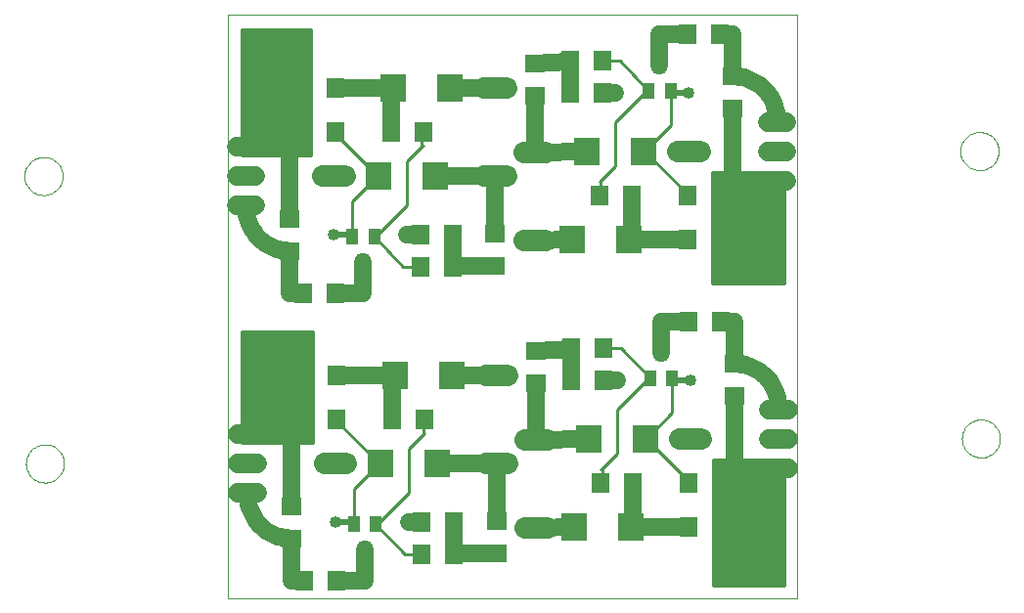
<source format=gtl>
G75*
G70*
%OFA0B0*%
%FSLAX24Y24*%
%IPPOS*%
%LPD*%
%AMOC8*
5,1,8,0,0,1.08239X$1,22.5*
%
%ADD10C,0.0000*%
%ADD11C,0.0660*%
%ADD12R,0.0709X0.0630*%
%ADD13R,0.0630X0.0709*%
%ADD14R,0.0394X0.0551*%
%ADD15R,0.0866X0.0945*%
%ADD16C,0.0740*%
%ADD17C,0.0100*%
%ADD18C,0.0600*%
%ADD19C,0.1200*%
%ADD20C,0.0400*%
%ADD21C,0.0200*%
D10*
X007790Y001718D02*
X027190Y001718D01*
X027190Y021618D01*
X007790Y021618D01*
X007790Y001718D01*
X000890Y006318D02*
X000892Y006368D01*
X000898Y006418D01*
X000908Y006468D01*
X000921Y006516D01*
X000938Y006564D01*
X000959Y006610D01*
X000983Y006654D01*
X001011Y006696D01*
X001042Y006736D01*
X001076Y006773D01*
X001113Y006808D01*
X001152Y006839D01*
X001193Y006868D01*
X001237Y006893D01*
X001283Y006915D01*
X001330Y006933D01*
X001378Y006947D01*
X001427Y006958D01*
X001477Y006965D01*
X001527Y006968D01*
X001578Y006967D01*
X001628Y006962D01*
X001678Y006953D01*
X001726Y006941D01*
X001774Y006924D01*
X001820Y006904D01*
X001865Y006881D01*
X001908Y006854D01*
X001948Y006824D01*
X001986Y006791D01*
X002021Y006755D01*
X002054Y006716D01*
X002083Y006675D01*
X002109Y006632D01*
X002132Y006587D01*
X002151Y006540D01*
X002166Y006492D01*
X002178Y006443D01*
X002186Y006393D01*
X002190Y006343D01*
X002190Y006293D01*
X002186Y006243D01*
X002178Y006193D01*
X002166Y006144D01*
X002151Y006096D01*
X002132Y006049D01*
X002109Y006004D01*
X002083Y005961D01*
X002054Y005920D01*
X002021Y005881D01*
X001986Y005845D01*
X001948Y005812D01*
X001908Y005782D01*
X001865Y005755D01*
X001820Y005732D01*
X001774Y005712D01*
X001726Y005695D01*
X001678Y005683D01*
X001628Y005674D01*
X001578Y005669D01*
X001527Y005668D01*
X001477Y005671D01*
X001427Y005678D01*
X001378Y005689D01*
X001330Y005703D01*
X001283Y005721D01*
X001237Y005743D01*
X001193Y005768D01*
X001152Y005797D01*
X001113Y005828D01*
X001076Y005863D01*
X001042Y005900D01*
X001011Y005940D01*
X000983Y005982D01*
X000959Y006026D01*
X000938Y006072D01*
X000921Y006120D01*
X000908Y006168D01*
X000898Y006218D01*
X000892Y006268D01*
X000890Y006318D01*
X000840Y016118D02*
X000842Y016168D01*
X000848Y016218D01*
X000858Y016268D01*
X000871Y016316D01*
X000888Y016364D01*
X000909Y016410D01*
X000933Y016454D01*
X000961Y016496D01*
X000992Y016536D01*
X001026Y016573D01*
X001063Y016608D01*
X001102Y016639D01*
X001143Y016668D01*
X001187Y016693D01*
X001233Y016715D01*
X001280Y016733D01*
X001328Y016747D01*
X001377Y016758D01*
X001427Y016765D01*
X001477Y016768D01*
X001528Y016767D01*
X001578Y016762D01*
X001628Y016753D01*
X001676Y016741D01*
X001724Y016724D01*
X001770Y016704D01*
X001815Y016681D01*
X001858Y016654D01*
X001898Y016624D01*
X001936Y016591D01*
X001971Y016555D01*
X002004Y016516D01*
X002033Y016475D01*
X002059Y016432D01*
X002082Y016387D01*
X002101Y016340D01*
X002116Y016292D01*
X002128Y016243D01*
X002136Y016193D01*
X002140Y016143D01*
X002140Y016093D01*
X002136Y016043D01*
X002128Y015993D01*
X002116Y015944D01*
X002101Y015896D01*
X002082Y015849D01*
X002059Y015804D01*
X002033Y015761D01*
X002004Y015720D01*
X001971Y015681D01*
X001936Y015645D01*
X001898Y015612D01*
X001858Y015582D01*
X001815Y015555D01*
X001770Y015532D01*
X001724Y015512D01*
X001676Y015495D01*
X001628Y015483D01*
X001578Y015474D01*
X001528Y015469D01*
X001477Y015468D01*
X001427Y015471D01*
X001377Y015478D01*
X001328Y015489D01*
X001280Y015503D01*
X001233Y015521D01*
X001187Y015543D01*
X001143Y015568D01*
X001102Y015597D01*
X001063Y015628D01*
X001026Y015663D01*
X000992Y015700D01*
X000961Y015740D01*
X000933Y015782D01*
X000909Y015826D01*
X000888Y015872D01*
X000871Y015920D01*
X000858Y015968D01*
X000848Y016018D01*
X000842Y016068D01*
X000840Y016118D01*
X032740Y016968D02*
X032742Y017018D01*
X032748Y017068D01*
X032758Y017118D01*
X032771Y017166D01*
X032788Y017214D01*
X032809Y017260D01*
X032833Y017304D01*
X032861Y017346D01*
X032892Y017386D01*
X032926Y017423D01*
X032963Y017458D01*
X033002Y017489D01*
X033043Y017518D01*
X033087Y017543D01*
X033133Y017565D01*
X033180Y017583D01*
X033228Y017597D01*
X033277Y017608D01*
X033327Y017615D01*
X033377Y017618D01*
X033428Y017617D01*
X033478Y017612D01*
X033528Y017603D01*
X033576Y017591D01*
X033624Y017574D01*
X033670Y017554D01*
X033715Y017531D01*
X033758Y017504D01*
X033798Y017474D01*
X033836Y017441D01*
X033871Y017405D01*
X033904Y017366D01*
X033933Y017325D01*
X033959Y017282D01*
X033982Y017237D01*
X034001Y017190D01*
X034016Y017142D01*
X034028Y017093D01*
X034036Y017043D01*
X034040Y016993D01*
X034040Y016943D01*
X034036Y016893D01*
X034028Y016843D01*
X034016Y016794D01*
X034001Y016746D01*
X033982Y016699D01*
X033959Y016654D01*
X033933Y016611D01*
X033904Y016570D01*
X033871Y016531D01*
X033836Y016495D01*
X033798Y016462D01*
X033758Y016432D01*
X033715Y016405D01*
X033670Y016382D01*
X033624Y016362D01*
X033576Y016345D01*
X033528Y016333D01*
X033478Y016324D01*
X033428Y016319D01*
X033377Y016318D01*
X033327Y016321D01*
X033277Y016328D01*
X033228Y016339D01*
X033180Y016353D01*
X033133Y016371D01*
X033087Y016393D01*
X033043Y016418D01*
X033002Y016447D01*
X032963Y016478D01*
X032926Y016513D01*
X032892Y016550D01*
X032861Y016590D01*
X032833Y016632D01*
X032809Y016676D01*
X032788Y016722D01*
X032771Y016770D01*
X032758Y016818D01*
X032748Y016868D01*
X032742Y016918D01*
X032740Y016968D01*
X032790Y007168D02*
X032792Y007218D01*
X032798Y007268D01*
X032808Y007318D01*
X032821Y007366D01*
X032838Y007414D01*
X032859Y007460D01*
X032883Y007504D01*
X032911Y007546D01*
X032942Y007586D01*
X032976Y007623D01*
X033013Y007658D01*
X033052Y007689D01*
X033093Y007718D01*
X033137Y007743D01*
X033183Y007765D01*
X033230Y007783D01*
X033278Y007797D01*
X033327Y007808D01*
X033377Y007815D01*
X033427Y007818D01*
X033478Y007817D01*
X033528Y007812D01*
X033578Y007803D01*
X033626Y007791D01*
X033674Y007774D01*
X033720Y007754D01*
X033765Y007731D01*
X033808Y007704D01*
X033848Y007674D01*
X033886Y007641D01*
X033921Y007605D01*
X033954Y007566D01*
X033983Y007525D01*
X034009Y007482D01*
X034032Y007437D01*
X034051Y007390D01*
X034066Y007342D01*
X034078Y007293D01*
X034086Y007243D01*
X034090Y007193D01*
X034090Y007143D01*
X034086Y007093D01*
X034078Y007043D01*
X034066Y006994D01*
X034051Y006946D01*
X034032Y006899D01*
X034009Y006854D01*
X033983Y006811D01*
X033954Y006770D01*
X033921Y006731D01*
X033886Y006695D01*
X033848Y006662D01*
X033808Y006632D01*
X033765Y006605D01*
X033720Y006582D01*
X033674Y006562D01*
X033626Y006545D01*
X033578Y006533D01*
X033528Y006524D01*
X033478Y006519D01*
X033427Y006518D01*
X033377Y006521D01*
X033327Y006528D01*
X033278Y006539D01*
X033230Y006553D01*
X033183Y006571D01*
X033137Y006593D01*
X033093Y006618D01*
X033052Y006647D01*
X033013Y006678D01*
X032976Y006713D01*
X032942Y006750D01*
X032911Y006790D01*
X032883Y006832D01*
X032859Y006876D01*
X032838Y006922D01*
X032821Y006970D01*
X032808Y007018D01*
X032798Y007068D01*
X032792Y007118D01*
X032790Y007168D01*
D11*
X026870Y007168D02*
X026210Y007168D01*
X026210Y006168D02*
X026870Y006168D01*
X026870Y008168D02*
X026210Y008168D01*
X026160Y015968D02*
X026820Y015968D01*
X026820Y016968D02*
X026160Y016968D01*
X026160Y017968D02*
X026820Y017968D01*
X008770Y007318D02*
X008110Y007318D01*
X008110Y006318D02*
X008770Y006318D01*
X008770Y005318D02*
X008110Y005318D01*
X008060Y015118D02*
X008720Y015118D01*
X008720Y016118D02*
X008060Y016118D01*
X008060Y017118D02*
X008720Y017118D01*
D12*
X009890Y014669D03*
X009890Y013567D03*
X016890Y013067D03*
X016890Y014169D03*
X018290Y010169D03*
X018290Y009067D03*
X025040Y008617D03*
X025040Y009719D03*
X016940Y004369D03*
X016940Y003267D03*
X009940Y003767D03*
X009940Y004869D03*
X024990Y018417D03*
X024990Y019519D03*
X018240Y019969D03*
X018240Y018867D03*
D13*
X019439Y018968D03*
X020541Y018968D03*
X020541Y020068D03*
X019439Y020068D03*
X023439Y020968D03*
X024541Y020968D03*
X024541Y015468D03*
X023439Y015468D03*
X021541Y015468D03*
X020439Y015468D03*
X023439Y013968D03*
X024541Y013968D03*
X024591Y011168D03*
X023489Y011168D03*
X020591Y010268D03*
X019489Y010268D03*
X019489Y009168D03*
X020591Y009168D03*
X020489Y005668D03*
X021591Y005668D03*
X023489Y005668D03*
X024591Y005668D03*
X024591Y004168D03*
X023489Y004168D03*
X015491Y004318D03*
X014389Y004318D03*
X014389Y003218D03*
X015491Y003218D03*
X011491Y002318D03*
X010389Y002318D03*
X010389Y007818D03*
X011491Y007818D03*
X013389Y007818D03*
X014491Y007818D03*
X011491Y009318D03*
X010389Y009318D03*
X010339Y012118D03*
X011441Y012118D03*
X014339Y013018D03*
X015441Y013018D03*
X015441Y014118D03*
X014339Y014118D03*
X014441Y017618D03*
X013339Y017618D03*
X011441Y017618D03*
X010339Y017618D03*
X010339Y019118D03*
X011441Y019118D03*
D14*
X012016Y014051D03*
X012764Y014051D03*
X012390Y013185D03*
X022166Y009235D03*
X022914Y009235D03*
X022540Y010101D03*
X012814Y004251D03*
X012066Y004251D03*
X012440Y003385D03*
X022116Y019035D03*
X022864Y019035D03*
X022490Y019901D03*
D15*
X021956Y016968D03*
X020024Y016968D03*
X019524Y013968D03*
X021456Y013968D03*
X014856Y016118D03*
X012924Y016118D03*
X013424Y019118D03*
X015356Y019118D03*
X015406Y009318D03*
X013474Y009318D03*
X012974Y006318D03*
X014906Y006318D03*
X019574Y004168D03*
X021506Y004168D03*
X022006Y007168D03*
X020074Y007168D03*
D16*
X018660Y007118D02*
X017920Y007118D01*
X017310Y006318D02*
X016570Y006318D01*
X017920Y004118D02*
X018660Y004118D01*
X023170Y007168D02*
X023910Y007168D01*
X017310Y009318D02*
X016570Y009318D01*
X011810Y006318D02*
X011070Y006318D01*
X017870Y013918D02*
X018610Y013918D01*
X017260Y016118D02*
X016520Y016118D01*
X017870Y016918D02*
X018610Y016918D01*
X017260Y019118D02*
X016520Y019118D01*
X011760Y016118D02*
X011020Y016118D01*
X023120Y016968D02*
X023860Y016968D01*
D17*
X024260Y016268D02*
X026740Y016268D01*
X026740Y012468D01*
X024260Y012468D01*
X024260Y016268D01*
X024260Y016229D02*
X026740Y016229D01*
X026740Y016130D02*
X024260Y016130D01*
X024260Y016032D02*
X026740Y016032D01*
X026740Y015933D02*
X024260Y015933D01*
X024260Y015834D02*
X026740Y015834D01*
X026740Y015736D02*
X024260Y015736D01*
X024260Y015637D02*
X026740Y015637D01*
X026740Y015539D02*
X024260Y015539D01*
X024260Y015440D02*
X026740Y015440D01*
X026740Y015342D02*
X024260Y015342D01*
X024260Y015243D02*
X026740Y015243D01*
X026740Y015145D02*
X024260Y015145D01*
X024260Y015046D02*
X026740Y015046D01*
X026740Y014948D02*
X024260Y014948D01*
X024260Y014849D02*
X026740Y014849D01*
X026740Y014751D02*
X024260Y014751D01*
X024260Y014652D02*
X026740Y014652D01*
X026740Y014553D02*
X024260Y014553D01*
X024260Y014455D02*
X026740Y014455D01*
X026740Y014356D02*
X024260Y014356D01*
X024260Y014258D02*
X026740Y014258D01*
X026740Y014159D02*
X024260Y014159D01*
X024260Y014061D02*
X026740Y014061D01*
X026740Y013962D02*
X024260Y013962D01*
X024260Y013864D02*
X026740Y013864D01*
X026740Y013765D02*
X024260Y013765D01*
X024260Y013667D02*
X026740Y013667D01*
X026740Y013568D02*
X024260Y013568D01*
X024260Y013469D02*
X026740Y013469D01*
X026740Y013371D02*
X024260Y013371D01*
X024260Y013272D02*
X026740Y013272D01*
X026740Y013174D02*
X024260Y013174D01*
X024260Y013075D02*
X026740Y013075D01*
X026740Y012977D02*
X024260Y012977D01*
X024260Y012878D02*
X026740Y012878D01*
X026740Y012780D02*
X024260Y012780D01*
X024260Y012681D02*
X026740Y012681D01*
X026740Y012583D02*
X024260Y012583D01*
X024260Y012484D02*
X026740Y012484D01*
X023439Y015468D02*
X023439Y015519D01*
X021990Y016968D01*
X021956Y016968D01*
X021990Y016968D02*
X022864Y017842D01*
X022864Y019035D01*
X022990Y018968D01*
X022116Y019035D02*
X021990Y018968D01*
X020990Y017968D01*
X020990Y016468D01*
X020490Y015968D01*
X020490Y015468D01*
X020439Y015468D01*
X020439Y015917D02*
X020490Y015968D01*
X021541Y014019D02*
X021490Y013968D01*
X021456Y013968D01*
X021183Y010268D02*
X020591Y010268D01*
X021183Y010268D02*
X022166Y009235D01*
X022040Y009168D01*
X021040Y008168D01*
X021040Y006668D01*
X020540Y006168D01*
X020540Y005668D01*
X020489Y005668D01*
X020489Y006117D02*
X020540Y006168D01*
X022006Y007168D02*
X022040Y007168D01*
X023489Y005719D01*
X023489Y005668D01*
X024310Y005685D02*
X026740Y005685D01*
X026740Y005783D02*
X024310Y005783D01*
X024310Y005882D02*
X026740Y005882D01*
X026740Y005980D02*
X024310Y005980D01*
X024310Y006079D02*
X026740Y006079D01*
X026740Y006177D02*
X024310Y006177D01*
X024310Y006276D02*
X026740Y006276D01*
X026740Y006374D02*
X024310Y006374D01*
X024310Y006468D02*
X026740Y006468D01*
X026740Y002168D01*
X024310Y002168D01*
X024310Y006468D01*
X024310Y005586D02*
X026740Y005586D01*
X026740Y005487D02*
X024310Y005487D01*
X024310Y005389D02*
X026740Y005389D01*
X026740Y005290D02*
X024310Y005290D01*
X024310Y005192D02*
X026740Y005192D01*
X026740Y005093D02*
X024310Y005093D01*
X024310Y004995D02*
X026740Y004995D01*
X026740Y004896D02*
X024310Y004896D01*
X024310Y004798D02*
X026740Y004798D01*
X026740Y004699D02*
X024310Y004699D01*
X024310Y004601D02*
X026740Y004601D01*
X026740Y004502D02*
X024310Y004502D01*
X024310Y004403D02*
X026740Y004403D01*
X026740Y004305D02*
X024310Y004305D01*
X024310Y004206D02*
X026740Y004206D01*
X026740Y004108D02*
X024310Y004108D01*
X024310Y004009D02*
X026740Y004009D01*
X026740Y003911D02*
X024310Y003911D01*
X024310Y003812D02*
X026740Y003812D01*
X026740Y003714D02*
X024310Y003714D01*
X024310Y003615D02*
X026740Y003615D01*
X026740Y003517D02*
X024310Y003517D01*
X024310Y003418D02*
X026740Y003418D01*
X026740Y003319D02*
X024310Y003319D01*
X024310Y003221D02*
X026740Y003221D01*
X026740Y003122D02*
X024310Y003122D01*
X024310Y003024D02*
X026740Y003024D01*
X026740Y002925D02*
X024310Y002925D01*
X024310Y002827D02*
X026740Y002827D01*
X026740Y002728D02*
X024310Y002728D01*
X024310Y002630D02*
X026740Y002630D01*
X026740Y002531D02*
X024310Y002531D01*
X024310Y002433D02*
X026740Y002433D01*
X026740Y002334D02*
X024310Y002334D01*
X024310Y002236D02*
X026740Y002236D01*
X021591Y004219D02*
X021540Y004168D01*
X021506Y004168D01*
X022040Y007168D02*
X022914Y008042D01*
X022914Y009235D01*
X023040Y009168D01*
X026540Y008219D02*
X026540Y008168D01*
X019489Y010268D02*
X019438Y010219D01*
X015492Y013067D02*
X015441Y013018D01*
X014339Y013018D02*
X013747Y013018D01*
X012764Y014051D01*
X012890Y014118D01*
X013890Y015118D01*
X013890Y016618D01*
X014390Y017118D01*
X014390Y017618D01*
X014441Y017618D01*
X014441Y017169D02*
X014390Y017118D01*
X012924Y016118D02*
X012890Y016118D01*
X011441Y017567D01*
X011441Y017618D01*
X010620Y017608D02*
X008240Y017608D01*
X008240Y017510D02*
X010620Y017510D01*
X010620Y017411D02*
X008240Y017411D01*
X008240Y017313D02*
X010620Y017313D01*
X010620Y017214D02*
X008240Y017214D01*
X008240Y017116D02*
X010620Y017116D01*
X010620Y017017D02*
X008240Y017017D01*
X008240Y016918D02*
X010620Y016918D01*
X010620Y016820D02*
X008240Y016820D01*
X008240Y016818D02*
X008240Y021118D01*
X010620Y021118D01*
X010620Y016818D01*
X008240Y016818D01*
X008240Y017707D02*
X010620Y017707D01*
X010620Y017805D02*
X008240Y017805D01*
X008240Y017904D02*
X010620Y017904D01*
X010620Y018002D02*
X008240Y018002D01*
X008240Y018101D02*
X010620Y018101D01*
X010620Y018200D02*
X008240Y018200D01*
X008240Y018298D02*
X010620Y018298D01*
X010620Y018397D02*
X008240Y018397D01*
X008240Y018495D02*
X010620Y018495D01*
X010620Y018594D02*
X008240Y018594D01*
X008240Y018692D02*
X010620Y018692D01*
X010620Y018791D02*
X008240Y018791D01*
X008240Y018889D02*
X010620Y018889D01*
X010620Y018988D02*
X008240Y018988D01*
X008240Y019086D02*
X010620Y019086D01*
X010620Y019185D02*
X008240Y019185D01*
X008240Y019284D02*
X010620Y019284D01*
X010620Y019382D02*
X008240Y019382D01*
X008240Y019481D02*
X010620Y019481D01*
X010620Y019579D02*
X008240Y019579D01*
X008240Y019678D02*
X010620Y019678D01*
X010620Y019776D02*
X008240Y019776D01*
X008240Y019875D02*
X010620Y019875D01*
X010620Y019973D02*
X008240Y019973D01*
X008240Y020072D02*
X010620Y020072D01*
X010620Y020170D02*
X008240Y020170D01*
X008240Y020269D02*
X010620Y020269D01*
X010620Y020367D02*
X008240Y020367D01*
X008240Y020466D02*
X010620Y020466D01*
X010620Y020565D02*
X008240Y020565D01*
X008240Y020663D02*
X010620Y020663D01*
X010620Y020762D02*
X008240Y020762D01*
X008240Y020860D02*
X010620Y020860D01*
X010620Y020959D02*
X008240Y020959D01*
X008240Y021057D02*
X010620Y021057D01*
X013339Y019067D02*
X013390Y019118D01*
X013424Y019118D01*
X012890Y016118D02*
X012016Y015244D01*
X012016Y014051D01*
X011890Y014118D01*
X008390Y015067D02*
X008390Y015118D01*
X008240Y010818D02*
X010670Y010818D01*
X010670Y007018D01*
X008240Y007018D01*
X008240Y010818D01*
X008240Y010809D02*
X010670Y010809D01*
X010670Y010710D02*
X008240Y010710D01*
X008240Y010612D02*
X010670Y010612D01*
X010670Y010513D02*
X008240Y010513D01*
X008240Y010415D02*
X010670Y010415D01*
X010670Y010316D02*
X008240Y010316D01*
X008240Y010218D02*
X010670Y010218D01*
X010670Y010119D02*
X008240Y010119D01*
X008240Y010020D02*
X010670Y010020D01*
X010670Y009922D02*
X008240Y009922D01*
X008240Y009823D02*
X010670Y009823D01*
X010670Y009725D02*
X008240Y009725D01*
X008240Y009626D02*
X010670Y009626D01*
X010670Y009528D02*
X008240Y009528D01*
X008240Y009429D02*
X010670Y009429D01*
X010670Y009331D02*
X008240Y009331D01*
X008240Y009232D02*
X010670Y009232D01*
X010670Y009134D02*
X008240Y009134D01*
X008240Y009035D02*
X010670Y009035D01*
X010670Y008936D02*
X008240Y008936D01*
X008240Y008838D02*
X010670Y008838D01*
X010670Y008739D02*
X008240Y008739D01*
X008240Y008641D02*
X010670Y008641D01*
X010670Y008542D02*
X008240Y008542D01*
X008240Y008444D02*
X010670Y008444D01*
X010670Y008345D02*
X008240Y008345D01*
X008240Y008247D02*
X010670Y008247D01*
X010670Y008148D02*
X008240Y008148D01*
X008240Y008050D02*
X010670Y008050D01*
X010670Y007951D02*
X008240Y007951D01*
X008240Y007852D02*
X010670Y007852D01*
X010670Y007754D02*
X008240Y007754D01*
X008240Y007655D02*
X010670Y007655D01*
X010670Y007557D02*
X008240Y007557D01*
X008240Y007458D02*
X010670Y007458D01*
X010670Y007360D02*
X008240Y007360D01*
X008240Y007261D02*
X010670Y007261D01*
X010670Y007163D02*
X008240Y007163D01*
X008240Y007064D02*
X010670Y007064D01*
X011491Y007767D02*
X012940Y006318D01*
X012974Y006318D01*
X012940Y006318D02*
X012066Y005444D01*
X012066Y004251D01*
X011940Y004318D01*
X012814Y004251D02*
X012940Y004318D01*
X013940Y005318D01*
X013940Y006818D01*
X014440Y007318D01*
X014440Y007818D01*
X014491Y007818D01*
X014491Y007369D02*
X014440Y007318D01*
X013389Y009267D02*
X013440Y009318D01*
X013474Y009318D01*
X011491Y007818D02*
X011491Y007767D01*
X008440Y005318D02*
X008440Y005267D01*
X012814Y004251D02*
X013797Y003218D01*
X014389Y003218D01*
X015491Y003218D02*
X015542Y003267D01*
X026490Y017968D02*
X026490Y018019D01*
X022116Y019035D02*
X021133Y020068D01*
X020541Y020068D01*
X019439Y020068D02*
X019388Y020019D01*
D18*
X018240Y019969D01*
X019439Y020068D02*
X019439Y018968D01*
X020541Y018968D02*
X020990Y018968D01*
X022490Y019901D02*
X022490Y020968D01*
X023439Y020968D01*
X024541Y020968D02*
X024990Y020968D01*
X024990Y019519D01*
X024990Y018417D02*
X024990Y015468D01*
X023439Y013968D02*
X021490Y013968D01*
X021541Y014019D02*
X021541Y015468D01*
X020024Y016968D02*
X018240Y016918D01*
X018240Y018867D01*
X016890Y019118D02*
X015356Y019118D01*
X013390Y019118D02*
X011441Y019118D01*
X013339Y019067D02*
X013339Y017618D01*
X014856Y016118D02*
X016890Y016118D01*
X016890Y014169D01*
X016890Y013067D02*
X015492Y013067D01*
X015441Y013018D02*
X015441Y014118D01*
X014339Y014118D02*
X013890Y014118D01*
X012390Y013185D02*
X012390Y012118D01*
X011441Y012118D01*
X010339Y012118D02*
X009890Y012118D01*
X009890Y013567D01*
X009890Y014669D02*
X009890Y017618D01*
X008390Y015067D02*
X008392Y014991D01*
X008398Y014915D01*
X008407Y014840D01*
X008421Y014765D01*
X008438Y014691D01*
X008459Y014618D01*
X008483Y014546D01*
X008512Y014475D01*
X008543Y014406D01*
X008578Y014339D01*
X008617Y014274D01*
X008659Y014210D01*
X008704Y014149D01*
X008752Y014090D01*
X008803Y014034D01*
X008857Y013980D01*
X008913Y013929D01*
X008972Y013881D01*
X009033Y013836D01*
X009097Y013794D01*
X009162Y013755D01*
X009229Y013720D01*
X009298Y013689D01*
X009369Y013660D01*
X009441Y013636D01*
X009514Y013615D01*
X009588Y013598D01*
X009663Y013584D01*
X009738Y013575D01*
X009814Y013569D01*
X009890Y013567D01*
X011491Y009318D02*
X013440Y009318D01*
X013389Y009267D02*
X013389Y007818D01*
X014906Y006318D02*
X016940Y006318D01*
X016940Y004369D01*
X016940Y003267D02*
X015542Y003267D01*
X015491Y003218D02*
X015491Y004318D01*
X014389Y004318D02*
X013940Y004318D01*
X012440Y003385D02*
X012440Y002318D01*
X011491Y002318D01*
X010389Y002318D02*
X009940Y002318D01*
X009940Y003767D01*
X009940Y004869D02*
X009940Y007818D01*
X008440Y005267D02*
X008442Y005191D01*
X008448Y005115D01*
X008457Y005040D01*
X008471Y004965D01*
X008488Y004891D01*
X008509Y004818D01*
X008533Y004746D01*
X008562Y004675D01*
X008593Y004606D01*
X008628Y004539D01*
X008667Y004474D01*
X008709Y004410D01*
X008754Y004349D01*
X008802Y004290D01*
X008853Y004234D01*
X008907Y004180D01*
X008963Y004129D01*
X009022Y004081D01*
X009083Y004036D01*
X009147Y003994D01*
X009212Y003955D01*
X009279Y003920D01*
X009348Y003889D01*
X009419Y003860D01*
X009491Y003836D01*
X009564Y003815D01*
X009638Y003798D01*
X009713Y003784D01*
X009788Y003775D01*
X009864Y003769D01*
X009940Y003767D01*
X015406Y009318D02*
X016940Y009318D01*
X018290Y009067D02*
X018290Y007118D01*
X020074Y007168D01*
X021591Y005668D02*
X021591Y004219D01*
X021540Y004168D02*
X023489Y004168D01*
X025040Y005668D02*
X025040Y008617D01*
X025040Y009719D02*
X025116Y009717D01*
X025192Y009711D01*
X025267Y009702D01*
X025342Y009688D01*
X025416Y009671D01*
X025489Y009650D01*
X025561Y009626D01*
X025632Y009597D01*
X025701Y009566D01*
X025768Y009531D01*
X025833Y009492D01*
X025897Y009450D01*
X025958Y009405D01*
X026017Y009357D01*
X026073Y009306D01*
X026127Y009252D01*
X026178Y009196D01*
X026226Y009137D01*
X026271Y009076D01*
X026313Y009012D01*
X026352Y008947D01*
X026387Y008880D01*
X026418Y008811D01*
X026447Y008740D01*
X026471Y008668D01*
X026492Y008595D01*
X026509Y008521D01*
X026523Y008446D01*
X026532Y008371D01*
X026538Y008295D01*
X026540Y008219D01*
X025040Y009719D02*
X025040Y011168D01*
X024591Y011168D01*
X023489Y011168D02*
X022540Y011168D01*
X022540Y010101D01*
X021040Y009168D02*
X020591Y009168D01*
X019489Y009168D02*
X019489Y010268D01*
X019438Y010219D02*
X018290Y010169D01*
X018240Y013918D02*
X019524Y013968D01*
X024990Y019519D02*
X025066Y019517D01*
X025142Y019511D01*
X025217Y019502D01*
X025292Y019488D01*
X025366Y019471D01*
X025439Y019450D01*
X025511Y019426D01*
X025582Y019397D01*
X025651Y019366D01*
X025718Y019331D01*
X025783Y019292D01*
X025847Y019250D01*
X025908Y019205D01*
X025967Y019157D01*
X026023Y019106D01*
X026077Y019052D01*
X026128Y018996D01*
X026176Y018937D01*
X026221Y018876D01*
X026263Y018812D01*
X026302Y018747D01*
X026337Y018680D01*
X026368Y018611D01*
X026397Y018540D01*
X026421Y018468D01*
X026442Y018395D01*
X026459Y018321D01*
X026473Y018246D01*
X026482Y018171D01*
X026488Y018095D01*
X026490Y018019D01*
X019574Y004168D02*
X018290Y004118D01*
D19*
X025990Y003218D03*
X025940Y013218D03*
X009040Y010068D03*
X009040Y019968D03*
D20*
X011390Y014118D03*
X013890Y014118D03*
X020990Y018968D03*
X023490Y018968D03*
X023540Y009168D03*
X021040Y009168D03*
X013940Y004318D03*
X011440Y004318D03*
D21*
X011940Y004318D01*
X023040Y009168D02*
X023540Y009168D01*
X011890Y014118D02*
X011390Y014118D01*
X022990Y018968D02*
X023490Y018968D01*
M02*

</source>
